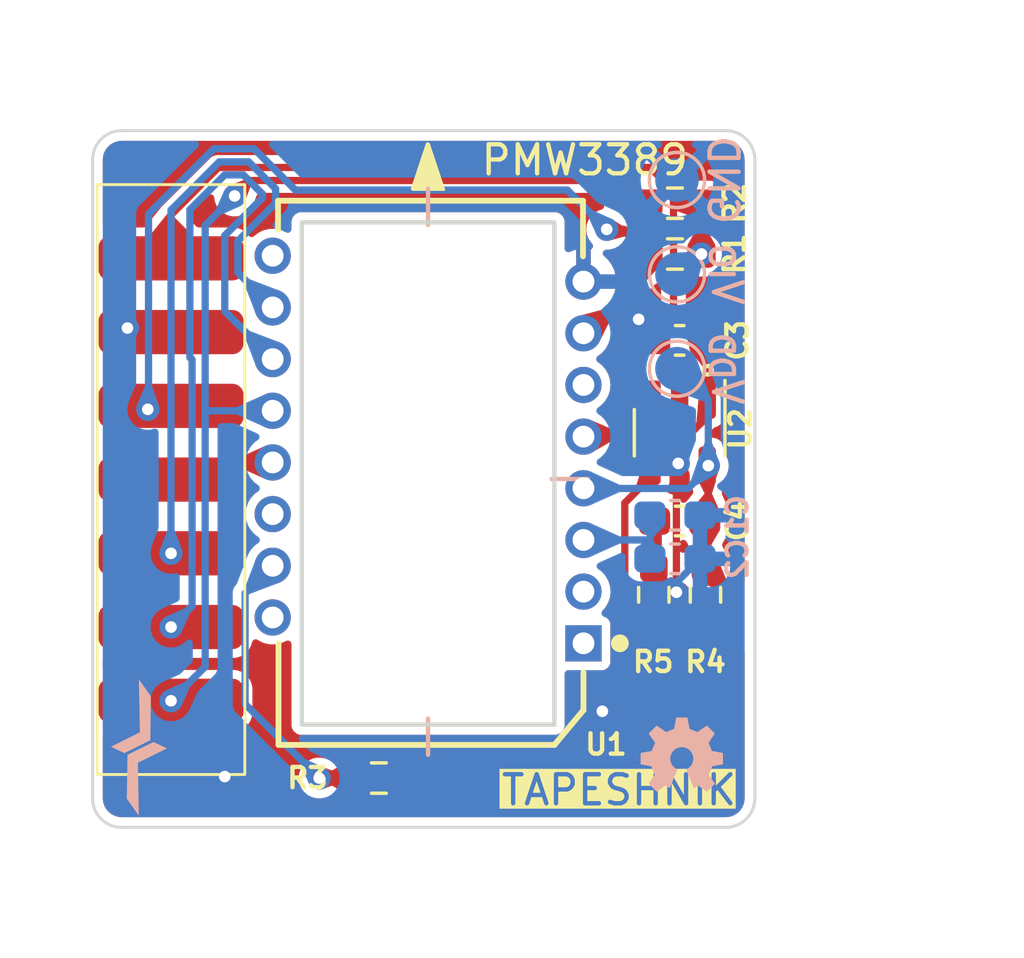
<source format=kicad_pcb>
(kicad_pcb (version 20221018) (generator pcbnew)
  (title_block (title "PMW3360 PCB") (date "2023-06-29") (rev "P.0") (company "SideraKB") (comment 1 "MIT License, Open Source Hardware") (comment 2 "PMW3360DM-T2QU optical mouse sensor breakout board") (comment 3 "2.54mm Pin Header"))
  (layers (0 "F.Cu" signal) (31 "B.Cu" signal) (34 "B.Paste" user) (35 "F.Paste" user) (36 "B.SilkS" user "B.Silkscreen") (37 "F.SilkS" user "F.Silkscreen") (38 "B.Mask" user) (39 "F.Mask" user) (44 "Edge.Cuts" user))
  (net 0 "")
  (net 1 "GND")
  (net 2 "/MISO")
  (net 3 "/CS")
  (net 4 "/MOSI")
  (net 5 "/SCLK")
  (net 6 "/MOTION")
  (net 7 "/RESET")
  (net 8 "VDD")
  (net 9 "V_{IN}")
  (net 10 "Net-(U2-FB)")
  (net 16 "Net-(U1-VDDPIX)")
  (net 17 "Net-(U1-LED_P)")
  (footprint "Resistor_SMD:R_0603_1608Metric_Pad0.98x0.95mm_HandSolder" (layer "F.Cu") (at 154.139 83.5338 180)
    (fp_text reference "R2" (at -2.05355 0 90) (layer "F.SilkS") (effects (font (size 0.7 0.7))))
    (fp_text value "10k")
    (fp_line (start -0.254724 -0.5225) (end 0.254724 -0.5225) (stroke (width 0.12)) (layer "F.SilkS"))
    (fp_line (start -0.254724 0.5225) (end 0.254724 0.5225) (stroke (width 0.12)) (layer "F.SilkS"))
    (pad "1" smd roundrect (at -0.9125 0 180) (size 0.975 0.95) (layers "F.Cu" "F.Paste" "F.Mask") (net 9 "V_{IN}"))
    (pad "2" smd roundrect (at 0.9125 0 180) (size 0.975 0.95) (layers "F.Cu" "F.Paste" "F.Mask") (net 2 "/MISO"))
  )
  (footprint "Resistor_SMD:R_0603_1608Metric_Pad0.98x0.95mm_HandSolder" (layer "F.Cu") (at 155.189 97.0213 -90)
    (fp_text reference "R4" (at 2.3125 0 -180) (layer "F.SilkS") (effects (font (size 0.7 0.7))))
    (fp_text value "28k")
    (fp_line (start -0.254724 -0.5225) (end 0.254724 -0.5225) (stroke (width 0.12)) (layer "F.SilkS"))
    (fp_line (start -0.254724 0.5225) (end 0.254724 0.5225) (stroke (width 0.12)) (layer "F.SilkS"))
    (pad "1" smd roundrect (at -0.9125 0 270) (size 0.975 0.95) (layers "F.Cu" "F.Paste" "F.Mask") (net 8 "VDD"))
    (pad "2" smd roundrect (at 0.9125 0 270) (size 0.975 0.95) (layers "F.Cu" "F.Paste" "F.Mask") (net 10 "Net-(U2-FB)"))
  )
  (footprint "PMW3360_PCB:PMW3360DM-T2QU 16Pin" (layer "F.Cu") (at 145.639 92.5258 90)
    (fp_text reference "U1" (at -9.652 6.125) (layer "F.SilkS") (effects (font (size 0.7 0.7))))
    (fp_text value "PMW3360DM-T2QU")
    (fp_line (start -9.668 -5.15) (end -6.168 -5.15) (stroke (width 0.2)) (layer "F.SilkS"))
    (fp_line (start -9.668 4.35) (end -9.668 -5.15) (stroke (width 0.2)) (layer "F.SilkS"))
    (fp_line (start -8.468 5.35) (end -9.668 4.35) (stroke (width 0.2)) (layer "F.SilkS"))
    (fp_line (start -7.168 5.35) (end -8.468 5.35) (stroke (width 0.2)) (layer "F.SilkS"))
    (fp_line (start 9.0772 -5.166) (end 8.0772 -5.166) (stroke (width 0.2)) (layer "F.SilkS"))
    (fp_line (start 9.0772 -5.166) (end 9.0772 5.334) (stroke (width 0.2)) (layer "F.SilkS"))
    (fp_line (start 9.0772 5.334) (end 7.1628 5.334) (stroke (width 0.2)) (layer "F.SilkS"))
    (fp_circle (center -6.168 6.604) (end -6.168 6.604) (stroke (width 0.61)) (fill solid) (layer "F.SilkS"))
    (fp_rect (start -8.968 4.35) (end 8.332 -4.35) (stroke (width 0.15)) (fill none) (layer "Edge.Cuts"))
    (pad "1" thru_hole rect locked (at -6.168 5.35 90) (size 1.25 1.25) (drill 0.75) (layers "*.Cu" "*.Mask"))
    (pad "2" thru_hole oval locked (at -4.388 5.35 90) (size 1.25 1.25) (drill 0.75) (layers "*.Cu" "*.Mask"))
    (pad "3" thru_hole oval locked (at -2.608 5.35 90) (size 1.25 1.25) (drill 0.75) (layers "*.Cu" "*.Mask") (net 16 "Net-(U1-VDDPIX)"))
    (pad "4" thru_hole oval locked (at -0.828 5.35 90) (size 1.25 1.25) (drill 0.75) (layers "*.Cu" "*.Mask") (net 8 "VDD"))
    (pad "5" thru_hole oval locked (at 0.952 5.35 90) (size 1.25 1.25) (drill 0.75) (layers "*.Cu" "*.Mask") (net 9 "V_{IN}"))
    (pad "6" thru_hole oval locked (at 2.732 5.35 90) (size 1.25 1.25) (drill 0.75) (layers "*.Cu" "*.Mask"))
    (pad "7" thru_hole oval locked (at 4.512 5.35 90) (size 1.25 1.25) (drill 0.75) (layers "*.Cu" "*.Mask") (net 7 "/RESET"))
    (pad "8" thru_hole oval locked (at 6.292 5.35 90) (size 1.25 1.25) (drill 0.75) (layers "*.Cu" "*.Mask") (net 1 "GND"))
    (pad "9" thru_hole oval locked (at 7.182 -5.35 90) (size 1.25 1.25) (drill 0.75) (layers "*.Cu" "*.Mask") (net 6 "/MOTION"))
    (pad "10" thru_hole oval locked (at 5.402 -5.35 90) (size 1.25 1.25) (drill 0.75) (layers "*.Cu" "*.Mask") (net 5 "/SCLK"))
    (pad "11" thru_hole oval locked (at 3.622 -5.35 90) (size 1.25 1.25) (drill 0.75) (layers "*.Cu" "*.Mask") (net 4 "/MOSI"))
    (pad "12" thru_hole oval locked (at 1.842 -5.35 90) (size 1.25 1.25) (drill 0.75) (layers "*.Cu" "*.Mask") (net 2 "/MISO"))
    (pad "13" thru_hole oval locked (at 0.062 -5.35 90) (size 1.25 1.25) (drill 0.75) (layers "*.Cu" "*.Mask") (net 3 "/CS"))
    (pad "14" thru_hole oval locked (at -1.718 -5.35 90) (size 1.25 1.25) (drill 0.75) (layers "*.Cu" "*.Mask"))
    (pad "15" thru_hole oval locked (at -3.498 -5.35 90) (size 1.25 1.25) (drill 0.75) (layers "*.Cu" "*.Mask") (net 17 "Net-(U1-LED_P)"))
    (pad "16" thru_hole oval locked (at -5.278 -5.35 90) (size 1.25 1.25) (drill 0.75) (layers "*.Cu" "*.Mask"))
    (zone (net 0) (net_name "") (layers "*.Cu" "F.CrtYd") (connect_pads (clearance 0)) (min_thickness 0.254)
      (keepout (tracks not_allowed) (vias not_allowed) (pads not_allowed) (copperpour not_allowed) (footprints not_allowed))
      (fill (thermal_gap 0.508) (thermal_bridge_width 0.508))
      (polygon (pts (xy 150.0078 84.1946) (xy 149.957 101.5174) (xy 141.2702 101.5174) (xy 141.2702 84.1946)))
    )
  )
  (footprint "Resistor_SMD:R_0603_1608Metric_Pad0.98x0.95mm_HandSolder" (layer "F.Cu") (at 143.944 103.33535 180)
    (fp_text reference "R3" (at 2.455 0) (layer "F.SilkS") (effects (font (size 0.7 0.7))))
    (fp_text value "39R")
    (fp_line (start -0.254724 -0.5225) (end 0.254724 -0.5225) (stroke (width 0.12)) (layer "F.SilkS"))
    (fp_line (start -0.254724 0.5225) (end 0.254724 0.5225) (stroke (width 0.12)) (layer "F.SilkS"))
    (pad "1" smd roundrect (at -0.9125 0 180) (size 0.975 0.95) (layers "F.Cu" "F.Paste" "F.Mask") (net 8 "VDD"))
    (pad "2" smd roundrect (at 0.9125 0 180) (size 0.975 0.95) (layers "F.Cu" "F.Paste" "F.Mask") (net 17 "Net-(U1-LED_P)"))
  )
  (footprint "Capacitor_SMD:C_0603_1608Metric_Pad1.08x0.95mm_HandSolder" (layer "F.Cu") (at 154.3 94.4813 180)
    (fp_text reference "C4" (at -1.989 0 90) (layer "F.SilkS") (effects (font (size 0.7 0.7))))
    (fp_text value "4.7uF")
    (fp_line (start -0.146267 -0.51) (end 0.146267 -0.51) (stroke (width 0.12)) (layer "F.SilkS"))
    (fp_line (start -0.146267 0.51) (end 0.146267 0.51) (stroke (width 0.12)) (layer "F.SilkS"))
    (pad "1" smd roundrect (at -0.8625 0 180) (size 1.075 0.95) (layers "F.Cu" "F.Paste" "F.Mask") (net 8 "VDD"))
    (pad "2" smd roundrect (at 0.8625 0 180) (size 1.075 0.95) (layers "F.Cu" "F.Paste" "F.Mask") (net 1 "GND"))
  )
  (footprint "PCB_Edge_Connectors:EDGE-2.54-7x" (layer "F.Cu") (at 134.249 93.0538 -90)
    (fp_text reference "J2" hide)
    (fp_text value "Conn_01x07")
    (fp_rect (start -10.16 -5.08) (end 10.16 0) (stroke (width 0.1)) (fill none) (layer "F.SilkS"))
    (pad "1" smd roundrect (at -7.62 -2.54) (size 5 1.524) (layers "F.Cu" "F.Paste" "F.Mask") (net 9 "V_{IN}"))
    (pad "2" smd roundrect (at -5.08 -2.54) (size 5 1.524) (layers "F.Cu" "F.Paste" "F.Mask") (net 1 "GND"))
    (pad "3" smd roundrect (at -2.54 -2.54) (size 5 1.524) (layers "F.Cu" "F.Paste" "F.Mask") (net 7 "/RESET"))
    (pad "4" smd roundrect (at 0 -2.54) (size 5 1.524) (layers "F.Cu" "F.Paste" "F.Mask") (net 3 "/CS"))
    (pad "5" smd roundrect (at 2.54 -2.54) (size 5 1.524) (layers "F.Cu" "F.Paste" "F.Mask") (net 5 "/SCLK"))
    (pad "6" smd roundrect (at 5.08 -2.54) (size 5 1.524) (layers "F.Cu" "F.Paste" "F.Mask") (net 4 "/MOSI"))
    (pad "7" smd roundrect (at 7.62 -2.54) (size 5 1.524) (layers "F.Cu" "F.Paste" "F.Mask") (net 2 "/MISO"))
  )
  (footprint "Capacitor_SMD:C_0603_1608Metric_Pad1.08x0.95mm_HandSolder" (layer "F.Cu") (at 154.3 88.2583 180)
    (fp_text reference "C3" (at -1.989 0 90) (layer "F.SilkS") (effects (font (size 0.7 0.7))))
    (fp_text value "1uF")
    (fp_line (start -0.146267 -0.51) (end 0.146267 -0.51) (stroke (width 0.12)) (layer "F.SilkS"))
    (fp_line (start -0.146267 0.51) (end 0.146267 0.51) (stroke (width 0.12)) (layer "F.SilkS"))
    (pad "1" smd roundrect (at -0.8625 0 180) (size 1.075 0.95) (layers "F.Cu" "F.Paste" "F.Mask") (net 9 "V_{IN}") (clearance 0.135))
    (pad "2" smd roundrect (at 0.8625 0 180) (size 1.075 0.95) (layers "F.Cu" "F.Paste" "F.Mask") (net 1 "GND") (clearance 0.135))
  )
  (footprint "Package_TO_SOT_SMD:SOT-23-5" (layer "F.Cu") (at 154.3 91.4388 -90)
    (fp_text reference "U2" (at -0.1325 -2.089 90) (layer "F.SilkS") (effects (font (size 0.7 0.7))))
    (fp_text value "TPS73601DBV")
    (fp_line (start 0 -1.56) (end -1.8 -1.56) (stroke (width 0.12)) (layer "F.SilkS"))
    (fp_line (start 0 -1.56) (end 0.8 -1.56) (stroke (width 0.12)) (layer "F.SilkS"))
    (fp_line (start 0 1.56) (end -0.8 1.56) (stroke (width 0.12)) (layer "F.SilkS"))
    (fp_line (start 0 1.56) (end 0.8 1.56) (stroke (width 0.12)) (layer "F.SilkS"))
    (pad "1" smd roundrect (at -1.1375 -0.95 270) (size 1.325 0.6) (layers "F.Cu" "F.Paste" "F.Mask") (net 9 "V_{IN}"))
    (pad "2" smd roundrect (at -1.1375 0 270) (size 1.325 0.6) (layers "F.Cu" "F.Paste" "F.Mask") (net 1 "GND"))
    (pad "3" smd roundrect (at -1.1375 0.95 270) (size 1.325 0.6) (layers "F.Cu" "F.Paste" "F.Mask") (net 9 "V_{IN}"))
    (pad "4" smd roundrect (at 1.1375 0.95 270) (size 1.325 0.6) (layers "F.Cu" "F.Paste" "F.Mask") (net 10 "Net-(U2-FB)"))
    (pad "5" smd roundrect (at 1.1375 -0.95 270) (size 1.325 0.6) (layers "F.Cu" "F.Paste" "F.Mask") (net 8 "VDD"))
  )
  (footprint "Resistor_SMD:R_0603_1608Metric_Pad0.98x0.95mm_HandSolder" (layer "F.Cu") (at 153.411 97.0213 90)
    (fp_text reference "R5" (at -2.3114 -0.022) (layer "F.SilkS") (effects (font (size 0.7 0.7))))
    (fp_text value "56.2k")
    (fp_line (start -0.254724 -0.5225) (end 0.254724 -0.5225) (stroke (width 0.12)) (layer "F.SilkS"))
    (fp_line (start -0.254724 0.5225) (end 0.254724 0.5225) (stroke (width 0.12)) (layer "F.SilkS"))
    (pad "1" smd roundrect (at -0.9125 0 90) (size 0.975 0.95) (layers "F.Cu" "F.Paste" "F.Mask") (net 10 "Net-(U2-FB)"))
    (pad "2" smd roundrect (at 0.9125 0 90) (size 0.975 0.95) (layers "F.Cu" "F.Paste" "F.Mask") (net 1 "GND"))
  )
  (footprint "Resistor_SMD:R_0603_1608Metric_Pad0.98x0.95mm_HandSolder" (layer "F.Cu") (at 154.139 85.2838 180)
    (fp_text reference "R1" (at -2.05355 0 90) (layer "F.SilkS") (effects (font (size 0.7 0.7))))
    (fp_text value "10k")
    (fp_line (start -0.254724 -0.5225) (end 0.254724 -0.5225) (stroke (width 0.12)) (layer "F.SilkS"))
    (fp_line (start -0.254724 0.5225) (end 0.254724 0.5225) (stroke (width 0.12)) (layer "F.SilkS"))
    (pad "1" smd roundrect (at -0.9125 0 180) (size 0.975 0.95) (layers "F.Cu" "F.Paste" "F.Mask") (net 9 "V_{IN}"))
    (pad "2" smd roundrect (at 0.9125 0 180) (size 0.975 0.95) (layers "F.Cu" "F.Paste" "F.Mask") (net 7 "/RESET"))
  )
  (footprint "TestPoint:TestPoint_Pad_D1.5mm" (layer "B.Cu") (at 154.209 89.2338 90)
    (fp_text reference "TP2" hide)
    (fp_text value "VDD")
    (fp_text user "V_{DD}" (at 0 1.72665 270 unlocked) (layer "B.SilkS") (effects (justify mirror)))
    (fp_circle (center 0 0) (end 0 -0.95) (stroke (width 0.12)) (fill none) (layer "B.SilkS"))
    (pad "1" smd circle (at 0 0 90) (size 1.5 1.5) (layers "B.Cu" "B.Mask") (net 8 "VDD"))
  )
  (footprint "TestPoint:TestPoint_Pad_D1.5mm" (layer "B.Cu") (at 154.209 85.9838 90)
    (fp_text reference "TP1" hide)
    (fp_text value "VIO")
    (fp_text user "V_{IO}" (at 0 1.72665 270 unlocked) (layer "B.SilkS") (effects (justify mirror)))
    (fp_circle (center 0 0) (end 0 -0.95) (stroke (width 0.12)) (fill none) (layer "B.SilkS"))
    (pad "1" smd circle (at 0 0 90) (size 1.5 1.5) (layers "B.Cu" "B.Mask") (net 9 "V_{IN}"))
  )
  (footprint "TestPoint:TestPoint_Pad_D1.5mm" (layer "B.Cu") (at 154.209 82.7338 90)
    (fp_text reference "TP3" hide)
    (fp_text value "GND")
    (fp_text user "GND" (at 0 1.57425 270 unlocked) (layer "B.SilkS") (effects (justify mirror)))
    (fp_circle (center 0 0) (end 0 -0.95) (stroke (width 0.12)) (fill none) (layer "B.SilkS"))
    (pad "1" smd circle (at 0 0 90) (size 1.5 1.5) (layers "B.Cu" "B.Mask") (net 1 "GND"))
  )
  (footprint "Capacitor_SMD:C_0603_1608Metric_Pad1.08x0.95mm_HandSolder" (layer "B.Cu") (at 154.139 95.7838)
    (fp_text reference "C2" (at 2.15 0 90) (layer "B.SilkS") (effects (font (size 0.7 0.7)) (justify mirror)))
    (fp_text value "100nF")
    (fp_line (start -0.146267 -0.51) (end 0.146267 -0.51) (stroke (width 0.12)) (layer "B.SilkS"))
    (fp_line (start -0.146267 0.51) (end 0.146267 0.51) (stroke (width 0.12)) (layer "B.SilkS"))
    (pad "1" smd roundrect (at -0.8625 0) (size 1.075 0.95) (layers "B.Cu" "B.Paste" "B.Mask") (net 16 "Net-(U1-VDDPIX)"))
    (pad "2" smd roundrect (at 0.8625 0) (size 1.075 0.95) (layers "B.Cu" "B.Paste" "B.Mask") (net 1 "GND"))
  )
  (footprint "Capacitor_SMD:C_0603_1608Metric_Pad1.08x0.95mm_HandSolder" (layer "B.Cu") (at 154.139 94.2838)
    (fp_text reference "C1" (at 2.15 0 90) (layer "B.SilkS") (effects (font (size 0.7 0.7)) (justify mirror)))
    (fp_text value "4.7uF/10V")
    (fp_line (start -0.146267 -0.51) (end 0.146267 -0.51) (stroke (width 0.12)) (layer "B.SilkS"))
    (fp_line (start -0.146267 0.51) (end 0.146267 0.51) (stroke (width 0.12)) (layer "B.SilkS"))
    (pad "1" smd roundrect (at -0.8625 0) (size 1.075 0.95) (layers "B.Cu" "B.Paste" "B.Mask") (net 16 "Net-(U1-VDDPIX)"))
    (pad "2" smd roundrect (at 0.8625 0) (size 1.075 0.95) (layers "B.Cu" "B.Paste" "B.Mask") (net 1 "GND"))
  )
  (gr_line (start 145.639 84.2838) (end 145.639 83.0338) (stroke (width 0.15)) (layer "B.SilkS"))
  (gr_poly (pts (xy 154.194172 101.249416) (xy 154.193366 101.249476) (xy 154.192565 101.249575) (xy 154.191768 101.249711) (xy 154.190978 101.249884) (xy 154.190195 101.250093) (xy 154.189421 101.250336) (xy 154.188657 101.250613) (xy 154.187904 101.250923) (xy 154.187164 101.251265) (xy 154.186437 101.251638) (xy 154.185725 101.25204) (xy 154.185029 101.252472) (xy 154.18435 101.252931) (xy 154.183689 101.253417) (xy 154.183048 101.253928) (xy 154.182428 101.254465) (xy 154.181829 101.255025) (xy 154.181254 101.255609) (xy 154.180702 101.256214) (xy 154.180177 101.25684) (xy 154.179678 101.257487) (xy 154.179206 101.258152) (xy 154.178764 101.258835) (xy 154.178353 101.259535) (xy 154.177972 101.260251) (xy 154.177625 101.260982) (xy 154.177311 101.261727) (xy 154.177032 101.262484) (xy 154.176789 101.263254) (xy 154.176584 101.264035) (xy 154.176418 101.264826) (xy 154.109425 101.624723) (xy 154.109256 101.625521) (xy 154.10905 101.626321) (xy 154.108535 101.627924) (xy 154.107889 101.629522) (xy 154.10712 101.631105) (xy 154.106238 101.632661) (xy 154.105252 101.634182) (xy 154.104171 101.635655) (xy 154.103004 101.637071) (xy 154.101759 101.63842) (xy 154.100446 101.63969) (xy 154.099074 101.640872) (xy 154.097653 101.641955) (xy 154.09619 101.642928) (xy 154.094695 101.643781) (xy 154.093938 101.644159) (xy 154.093177 101.644504) (xy 154.092412 101.644813) (xy 154.091645 101.645086) (xy 153.85043 101.743828) (xy 153.848931 101.744488) (xy 153.847342 101.745039) (xy 153.845676 101.745482) (xy 153.843947 101.745819) (xy 153.84217 101.74605) (xy 153.840357 101.746176) (xy 153.838524 101.746198) (xy 153.836685 101.746117) (xy 153.834852 101.745934) (xy 153.833041 101.74565) (xy 153.831264 101.745266) (xy 153.829537 101.744784) (xy 153.827873 101.744203) (xy 153.826286 101.743525) (xy 153.824791 101.74275) (xy 153.8234 101.741881) (xy 153.522728 101.535548) (xy 153.52205 101.535107) (xy 153.521353 101.5347) (xy 153.520637 101.534327) (xy 153.519904 101.533989) (xy 153.519156 101.533684) (xy 153.518394 101.533413) (xy 153.517619 101.533176) (xy 153.516834 101.532972) (xy 153.516039 101.532802) (xy 153.515236 101.532665) (xy 153.513614 101.53249) (xy 153.511978 101.532446) (xy 153.510342 101.532532) (xy 153.508718 101.532747) (xy 153.507118 101.53309) (xy 153.505553 101.53356) (xy 153.504789 101.533842) (xy 153.504038 101.534155) (xy 153.503302 101.5345) (xy 153.502582 101.534875) (xy 153.501881 101.535281) (xy 153.5012 101.535718) (xy 153.50054 101.536186) (xy 153.499903 101.536684) (xy 153.49929 101.537212) (xy 153.498703 101.537771) (xy 153.245486 101.790987) (xy 153.244928 101.791574) (xy 153.2444 101.792187) (xy 153.243903 101.792825) (xy 153.243436 101.793485) (xy 153.243 101.794167) (xy 153.242594 101.794869) (xy 153.241877 101.796325) (xy 153.241284 101.797843) (xy 153.240817 101.799409) (xy 153.240476 101.801011) (xy 153.240263 101.802637) (xy 153.240179 101.804275) (xy 153.240224 101.805912) (xy 153.240399 101.807537) (xy 153.240706 101.809136) (xy 153.241145 101.810697) (xy 153.241414 101.81146) (xy 153.241717 101.812209) (xy 153.242053 101.812942) (xy 153.242423 101.813658) (xy 153.242827 101.814355) (xy 153.243264 101.815033) (xy 153.445998 102.110519) (xy 153.44687 102.111916) (xy 153.447644 102.113414) (xy 153.448319 102.115) (xy 153.448894 102.116661) (xy 153.449369 102.118382) (xy 153.449741 102.12015) (xy 153.450012 102.121951) (xy 153.450179 102.123772) (xy 153.450242 102.1256) (xy 153.4502 102.12742) (xy 153.450052 102.129219) (xy 153.449797 102.130983) (xy 153.449434 102.132699) (xy 153.448963 102.134354) (xy 153.448383 102.135933) (xy 153.447692 102.137422) (xy 153.341033 102.386258) (xy 153.340424 102.387786) (xy 153.339675 102.3893) (xy 153.338797 102.39079) (xy 153.3378 102.392249) (xy 153.336695 102.393667) (xy 153.335493 102.395035) (xy 153.334204 102.396344) (xy 153.332838 102.397584) (xy 153.331407 102.398748) (xy 153.329921 102.399825) (xy 153.32839 102.400807) (xy 153.326825 102.401685) (xy 153.325237 102.40245) (xy 153.323636 102.403092) (xy 153.322033 102.403603) (xy 153.320437 102.403974) (xy 152.972479 102.468681) (xy 152.97169 102.468851) (xy 152.970911 102.46906) (xy 152.970142 102.469305) (xy 152.969386 102.469587) (xy 152.968642 102.469903) (xy 152.967913 102.470253) (xy 152.967198 102.470635) (xy 152.9665 102.471049) (xy 152.965154 102.471965) (xy 152.963884 102.472992) (xy 152.962697 102.47412) (xy 152.961602 102.47534) (xy 152.960606 102.476643) (xy 152.959718 102.478019) (xy 152.958945 102.479459) (xy 152.958604 102.4802) (xy 152.958296 102.480953) (xy 152.95802 102.481717) (xy 152.957777 102.482492) (xy 152.95757 102.483276) (xy 152.957399 102.484067) (xy 152.957264 102.484865) (xy 152.957167 102.485668) (xy 152.957109 102.486475) (xy 152.957091 102.487286) (xy 152.957133 102.845405) (xy 152.957153 102.846214) (xy 152.957213 102.84702) (xy 152.957312 102.847822) (xy 152.957449 102.848619) (xy 152.957622 102.849411) (xy 152.957832 102.850194) (xy 152.958076 102.850969) (xy 152.958353 102.851735) (xy 152.958664 102.852489) (xy 152.959007 102.853231) (xy 152.95938 102.853959) (xy 152.959783 102.854673) (xy 152.960215 102.85537) (xy 152.960674 102.856051) (xy 152.961161 102.856713) (xy 152.961673 102.857356) (xy 152.96221 102.857978) (xy 152.962771 102.858578) (xy 152.963355 102.859155) (xy 152.96396 102.859707) (xy 152.964587 102.860234) (xy 152.965233 102.860734) (xy 152.965898 102.861205) (xy 152.966581 102.861648) (xy 152.96728 102.86206) (xy 152.967995 102.86244) (xy 152.968726 102.862788) (xy 152.96947 102.863101) (xy 152.970226 102.863379) (xy 152.970995 102.863621) (xy 152.971774 102.863824) (xy 152.972563 102.863989) (xy 153.311971 102.92715) (xy 153.31277 102.927314) (xy 153.313571 102.927515) (xy 153.314372 102.927752) (xy 153.315172 102.928023) (xy 153.316765 102.928665) (xy 153.31834 102.929433) (xy 153.319886 102.930315) (xy 153.321393 102.931304) (xy 153.322851 102.93239) (xy 153.324251 102.933564) (xy 153.32558 102.934816) (xy 153.326831 102.936137) (xy 153.327992 102.937518) (xy 153.329054 102.93895) (xy 153.330005 102.940422) (xy 153.330837 102.941927) (xy 153.331539 102.943454) (xy 153.331838 102.944223) (xy 153.332101 102.944994) (xy 153.438061 103.209683) (xy 153.438716 103.211189) (xy 153.439263 103.212783) (xy 153.439701 103.214453) (xy 153.440033 103.216183) (xy 153.440259 103.217962) (xy 153.44038 103.219774) (xy 153.440398 103.221606) (xy 153.440313 103.223444) (xy 153.440126 103.225274) (xy 153.439839 103.227083) (xy 153.439453 103.228857) (xy 153.438969 103.230582) (xy 153.438387 103.232243) (xy 153.43771 103.233828) (xy 153.436938 103.235323) (xy 153.436071 103.236713) (xy 153.243264 103.517658) (xy 153.242823 103.518336) (xy 153.242416 103.519033) (xy 153.242044 103.51975) (xy 153.241705 103.520483) (xy 153.2414 103.521233) (xy 153.24113 103.521996) (xy 153.240892 103.522772) (xy 153.240689 103.523559) (xy 153.240518 103.524355) (xy 153.240381 103.525159) (xy 153.240206 103.526785) (xy 153.240162 103.528425) (xy 153.240248 103.530064) (xy 153.240463 103.531693) (xy 153.240806 103.533297) (xy 153.241276 103.534865) (xy 153.241558 103.535631) (xy 153.241871 103.536384) (xy 153.242216 103.537121) (xy 153.242591 103.537842) (xy 153.242997 103.538544) (xy 153.243434 103.539226) (xy 153.243902 103.539887) (xy 153.2444 103.540524) (xy 153.244928 103.541138) (xy 153.245487 103.541725) (xy 153.498746 103.794941) (xy 153.499329 103.795496) (xy 153.499939 103.796021) (xy 153.500573 103.796515) (xy 153.501231 103.79698) (xy 153.50191 103.797414) (xy 153.502609 103.797818) (xy 153.504062 103.798533) (xy 153.505577 103.799125) (xy 153.507142 103.799592) (xy 153.508743 103.799934) (xy 153.510369 103.800148) (xy 153.512007 103.800235) (xy 153.513645 103.800193) (xy 153.51527 103.80002) (xy 153.51687 103.799716) (xy 153.518433 103.799279) (xy 153.519196 103.799011) (xy 153.519945 103.798709) (xy 153.520679 103.798374) (xy 153.521395 103.798005) (xy 153.522093 103.797601) (xy 153.52277 103.797164) (xy 153.798762 103.607743) (xy 153.80015 103.60688) (xy 153.801635 103.606123) (xy 153.803206 103.605472) (xy 153.804849 103.604928) (xy 153.80655 103.604492) (xy 153.808295 103.604163) (xy 153.810071 103.603941) (xy 153.811864 103.603828) (xy 153.813662 103.603822) (xy 153.81545 103.603925) (xy 153.817215 103.604137) (xy 153.818943 103.604457) (xy 153.820622 103.604887) (xy 153.822236 103.605426) (xy 153.823774 103.606075) (xy 153.825221 103.606833) (xy 153.946929 103.671815) (xy 153.947657 103.672161) (xy 153.94839 103.672465) (xy 153.949129 103.672728) (xy 153.949871 103.67295) (xy 153.950615 103.673132) (xy 153.951361 103.673273) (xy 153.952106 103.673375) (xy 153.952849 103.673438) (xy 153.95359 103.673463) (xy 153.954326 103.673449) (xy 153.955058 103.673398) (xy 153.955782 103.673309) (xy 153.956499 103.673184) (xy 153.957207 103.673023) (xy 153.957904 103.672825) (xy 153.958589 103.672593) (xy 153.959261 103.672326) (xy 153.95992 103.672024) (xy 153.960562 103.671688) (xy 153.961188 103.671319) (xy 153.961796 103.670917) (xy 153.962385 103.670482) (xy 153.962953 103.670015) (xy 153.963499 103.669517) (xy 153.964023 103.668988) (xy 153.964521 103.668428) (xy 153.964994 103.667837) (xy 153.965441 103.667217) (xy 153.965859 103.666568) (xy 153.966247 103.66589) (xy 153.966605 103.665183) (xy 153.966931 103.664449) (xy 154.217862 103.058066) (xy 154.218152 103.057312) (xy 154.218404 103.056546) (xy 154.218618 103.05577) (xy 154.218794 103.054986) (xy 154.218933 103.054195) (xy 154.219036 103.053397) (xy 154.219103 103.052596) (xy 154.219134 103.051792) (xy 154.21913 103.050986) (xy 154.219092 103.050181) (xy 154.21902 103.049377) (xy 154.218914 103.048576) (xy 154.218775 103.047779) (xy 154.218603 103.046988) (xy 154.218399 103.046205) (xy 154.218164 103.04543) (xy 154.217897 103.044665) (xy 154.2176 103.043912) (xy 154.217273 103.043172) (xy 154.216916 103.042447) (xy 154.21653 103.041737) (xy 154.216115 103.041045) (xy 154.215672 103.040372) (xy 154.215201 103.039719) (xy 154.214703 103.039087) (xy 154.214179 103.038479) (xy 154.213628 103.037896) (xy 154.213051 103.037338) (xy 154.212449 103.036808) (xy 154.211822 103.036307) (xy 154.211171 103.035836) (xy 154.210496 103.035397) (xy 154.180037 103.016749) (xy 154.177845 103.015353) (xy 154.175504 103.013759) (xy 154.17306 103.012003) (xy 154.170555 103.010119) (xy 154.168034 103.008141) (xy 154.165542 103.006105) (xy 154.163122 103.004045) (xy 154.160818 103.001996) (xy 154.140655 102.988195) (xy 154.121412 102.97321) (xy 154.103142 102.957094) (xy 154.085897 102.939898) (xy 154.069729 102.921676) (xy 154.054692 102.902479) (xy 154.040838 102.88236) (xy 154.028219 102.86137) (xy 154.016888 102.839562) (xy 154.006898 102.816989) (xy 153.9983 102.793701) (xy 153.991148 102.769753) (xy 153.985494 102.745195) (xy 153.98139 102.72008) (xy 153.978889 102.69446) (xy 153.978044 102.668388) (xy 153.978559 102.648007) (xy 153.980089 102.627894) (xy 153.982607 102.608073) (xy 153.98609 102.588569) (xy 153.990512 102.569408) (xy 153.995849 102.550614) (xy 154.002075 102.532211) (xy 154.009166 102.514226) (xy 154.017097 102.496682) (xy 154.025843 102.479606) (xy 154.035379 102.46302) (xy 154.045681 102.446951) (xy 154.056722 102.431424) (xy 154.068479 102.416462) (xy 154.080927 102.402092) (xy 154.09404 102.388337) (xy 154.107794 102.375224) (xy 154.122164 102.362776) (xy 154.137124 102.351018) (xy 154.152651 102.339977) (xy 154.168719 102.329675) (xy 154.185304 102.320139) (xy 154.20238 102.311393) (xy 154.219922 102.303462) (xy 154.237906 102.29637) (xy 154.256307 102.290144) (xy 154.2751 102.284807) (xy 154.29426 102.280385) (xy 154.313762 102.276902) (xy 154.333581 102.274383) (xy 154.353693 102.272854) (xy 154.374072 102.272339) (xy 154.394451 102.272854) (xy 154.414563 102.274383) (xy 154.434383 102.276902) (xy 154.453885 102.280385) (xy 154.473045 102.284807) (xy 154.491839 102.290144) (xy 154.51024 102.29637) (xy 154.528225 102.303462) (xy 154.545769 102.311393) (xy 154.562845 102.320139) (xy 154.579431 102.329675) (xy 154.5955 102.339977) (xy 154.611028 102.351018) (xy 154.625989 102.362776) (xy 154.64036 102.375224) (xy 154.654115 102.388337) (xy 154.667229 102.402092) (xy 154.679678 102.416462) (xy 154.691436 102.431424) (xy 154.702478 102.446951) (xy 154.71278 102.46302) (xy 154.722317 102.479606) (xy 154.731064 102.496682) (xy 154.738996 102.514226) (xy 154.746088 102.532211) (xy 154.752315 102.550614) (xy 154.757652 102.569408) (xy 154.762075 102.588569) (xy 154.765558 102.608073) (xy 154.768077 102.627894) (xy 154.769606 102.648007) (xy 154.770122 102.668388) (xy 154.769909 102.681478) (xy 154.769276 102.69446) (xy 154.768229 102.70733) (xy 154.766775 102.72008) (xy 154.764919 102.732704) (xy 154.76267 102.745195) (xy 154.760033 102.757547) (xy 154.757015 102.769753) (xy 154.753622 102.781806) (xy 154.749861 102.793701) (xy 154.745739 102.805431) (xy 154.741262 102.816989) (xy 154.736437 102.828368) (xy 154.73127 102.839562) (xy 154.719938 102.86137) (xy 154.707318 102.88236) (xy 154.693464 102.902479) (xy 154.678427 102.921676) (xy 154.66226 102.939898) (xy 154.645016 102.957094) (xy 154.626748 102.97321) (xy 154.607507 102.988195) (xy 154.587347 103.001996) (xy 154.585031 103.004045) (xy 154.582602 103.006105) (xy 154.580105 103.008141) (xy 154.577582 103.010119) (xy 154.575075 103.012003) (xy 154.572628 103.013759) (xy 154.570284 103.015353) (xy 154.568086 103.016749) (xy 154.537627 103.035397) (xy 154.536948 103.035836) (xy 154.536294 103.036307) (xy 154.535664 103.036808) (xy 154.535059 103.037338) (xy 154.53448 103.037896) (xy 154.533927 103.038479) (xy 154.532901 103.039719) (xy 154.531985 103.041045) (xy 154.531183 103.042447) (xy 154.530498 103.043912) (xy 154.529935 103.04543) (xy 154.529498 103.046988) (xy 154.529189 103.048576) (xy 154.529013 103.050181) (xy 154.528974 103.051792) (xy 154.529075 103.053397) (xy 154.52918 103.054195) (xy 154.529321 103.054986) (xy 154.529499 103.05577) (xy 154.529715 103.056546) (xy 154.529969 103.057312) (xy 154.530261 103.058066) (xy 154.781213 103.664428) (xy 154.781539 103.665162) (xy 154.781897 103.665869) (xy 154.782286 103.666547) (xy 154.782704 103.667197) (xy 154.783151 103.667818) (xy 154.783625 103.668408) (xy 154.784124 103.668969) (xy 154.784648 103.669499) (xy 154.785195 103.669998) (xy 154.785763 103.670465) (xy 154.786353 103.670901) (xy 154.786961 103.671304) (xy 154.787588 103.671673) (xy 154.788231 103.67201) (xy 154.78889 103.672312) (xy 154.789563 103.67258) (xy 154.790249 103.672813) (xy 154.790946 103.67301) (xy 154.791654 103.673172) (xy 154.792371 103.673298) (xy 154.793096 103.673386) (xy 154.793827 103.673437) (xy 154.794563 103.673451) (xy 154.795304 103.673426) (xy 154.796047 103.673363) (xy 154.796791 103.67326) (xy 154.797536 103.673118) (xy 154.798279 103.672935) (xy 154.79902 103.672712) (xy 154.799757 103.672448) (xy 154.800489 103.672142) (xy 154.801215 103.671794) (xy 154.922924 103.606812) (xy 154.924367 103.606054) (xy 154.925902 103.605406) (xy 154.927515 103.604868) (xy 154.929192 103.604439) (xy 154.93092 103.60412) (xy 154.932685 103.60391) (xy 154.934473 103.603808) (xy 154.936272 103.603815) (xy 154.938066 103.603929) (xy 154.939844 103.604151) (xy 154.94159 103.60448) (xy 154.943292 103.604916) (xy 154.944936 103.605459) (xy 154.946508 103.606108) (xy 154.947994 103.606862) (xy 154.949382 103.607723) (xy 155.225353 103.797143) (xy 155.226032 103.79758) (xy 155.226731 103.797984) (xy 155.227449 103.798353) (xy 155.228184 103.798688) (xy 155.228934 103.79899) (xy 155.229698 103.799258) (xy 155.230475 103.799493) (xy 155.231262 103.799695) (xy 155.232059 103.799863) (xy 155.232863 103.799999) (xy 155.234488 103.800172) (xy 155.236126 103.800214) (xy 155.237765 103.800127) (xy 155.239391 103.799913) (xy 155.240992 103.799571) (xy 155.242557 103.799104) (xy 155.243322 103.798824) (xy 155.244072 103.798512) (xy 155.244808 103.79817) (xy 155.245527 103.797797) (xy 155.246227 103.797393) (xy 155.246907 103.796959) (xy 155.247566 103.796494) (xy 155.248202 103.796) (xy 155.248813 103.795475) (xy 155.249398 103.79492) (xy 155.502657 103.541704) (xy 155.503214 103.541117) (xy 155.50374 103.540503) (xy 155.504237 103.539866) (xy 155.504703 103.539205) (xy 155.505138 103.538523) (xy 155.505543 103.537821) (xy 155.506261 103.536363) (xy 155.506855 103.534844) (xy 155.507323 103.533276) (xy 155.507665 103.531672) (xy 155.50788 103.530043) (xy 155.507967 103.528404) (xy 155.507923 103.526764) (xy 155.507749 103.525138) (xy 155.507444 103.523538) (xy 155.507005 103.521975) (xy 155.506735 103.521211) (xy 155.506432 103.520462) (xy 155.506095 103.519729) (xy 155.505724 103.519012) (xy 155.505319 103.518315) (xy 155.50488 103.517637) (xy 155.312094 103.236692) (xy 155.31122 103.235302) (xy 155.310442 103.233807) (xy 155.30976 103.232222) (xy 155.309175 103.23056) (xy 155.308688 103.228836) (xy 155.308301 103.227062) (xy 155.308013 103.225253) (xy 155.307826 103.223423) (xy 155.307741 103.221585) (xy 155.307759 103.219753) (xy 155.307881 103.217941) (xy 155.308108 103.216163) (xy 155.308441 103.214432) (xy 155.30888 103.212762) (xy 155.309427 103.211168) (xy 155.310083 103.209662) (xy 155.416043 102.944973) (xy 155.416304 102.944202) (xy 155.416602 102.943433) (xy 155.417303 102.941906) (xy 155.418135 102.940401) (xy 155.419088 102.938929) (xy 155.420152 102.937497) (xy 155.421316 102.936116) (xy 155.42257 102.934795) (xy 155.423904 102.933543) (xy 155.425307 102.932369) (xy 155.426769 102.931283) (xy 155.428279 102.930294) (xy 155.429828 102.929411) (xy 155.431404 102.928644) (xy 155.432997 102.928002) (xy 155.434597 102.927494) (xy 155.435397 102.927293) (xy 155.436194 102.927129) (xy 155.775602 102.863968) (xy 155.776393 102.863803) (xy 155.777174 102.8636) (xy 155.777944 102.863358) (xy 155.778702 102.86308) (xy 155.779446 102.862767) (xy 155.780177 102.862419) (xy 155.780893 102.862039) (xy 155.781593 102.861627) (xy 155.782276 102.861184) (xy 155.782942 102.860712) (xy 155.784214 102.859686) (xy 155.785403 102.858557) (xy 155.7865 102.857335) (xy 155.787497 102.85603) (xy 155.788388 102.854652) (xy 155.789163 102.85321) (xy 155.789815 102.851714) (xy 155.790092 102.850948) (xy 155.790335 102.850173) (xy 155.790544 102.84939) (xy 155.790717 102.848598) (xy 155.790853 102.847801) (xy 155.790952 102.846999) (xy 155.791012 102.846192) (xy 155.791032 102.845384) (xy 155.791053 102.487265) (xy 155.791033 102.486456) (xy 155.790973 102.485651) (xy 155.790875 102.484849) (xy 155.790739 102.484053) (xy 155.790567 102.483263) (xy 155.790358 102.482481) (xy 155.790115 102.481707) (xy 155.789839 102.480944) (xy 155.789529 102.480192) (xy 155.789188 102.479452) (xy 155.788816 102.478725) (xy 155.788414 102.478014) (xy 155.787984 102.477318) (xy 155.787525 102.476639) (xy 155.78704 102.475979) (xy 155.786529 102.475338) (xy 155.785993 102.474717) (xy 155.785433 102.474118) (xy 155.784849 102.473542) (xy 155.784244 102.472991) (xy 155.783618 102.472464) (xy 155.782972 102.471964) (xy 155.782307 102.471492) (xy 155.781623 102.471049) (xy 155.780923 102.470635) (xy 155.780206 102.470253) (xy 155.779475 102.469903) (xy 155.778729 102.469587) (xy 155.77797 102.469305) (xy 155.777198 102.46906) (xy 155.776416 102.468851) (xy 155.775623 102.468681) (xy 155.427685 102.403974) (xy 155.426885 102.403807) (xy 155.426083 102.403603) (xy 155.424473 102.403092) (xy 155.422868 102.40245) (xy 155.421276 102.401685) (xy 155.419709 102.400807) (xy 155.418177 102.399825) (xy 155.416691 102.398748) (xy 155.41526 102.397584) (xy 155.413896 102.396344) (xy 155.412609 102.395035) (xy 155.41141 102.393667) (xy 155.410308 102.392249) (xy 155.409315 102.39079) (xy 155.40844 102.3893) (xy 155.407695 102.387786) (xy 155.407374 102.387023) (xy 155.40709 102.386258) (xy 155.30041 102.137422) (xy 155.299723 102.135933) (xy 155.299146 102.134354) (xy 155.298677 102.132699) (xy 155.298317 102.130983) (xy 155.298063 102.129219) (xy 155.297916 102.12742) (xy 155.297874 102.1256) (xy 155.297936 102.123772) (xy 155.298102 102.121951) (xy 155.29837 102.12015) (xy 155.29874 102.118382) (xy 155.29921 102.116661) (xy 155.299781 102.115) (xy 155.30045 102.113414) (xy 155.301217 102.111916) (xy 155.302082 102.110519) (xy 155.504838 101.815033) (xy 155.505279 101.814355) (xy 155.505685 101.813658) (xy 155.506058 101.812942) (xy 155.506396 101.812209) (xy 155.5067 101.81146) (xy 155.506971 101.810697) (xy 155.507207 101.809922) (xy 155.50741 101.809136) (xy 155.50758 101.80834) (xy 155.507717 101.807537) (xy 155.50789 101.805912) (xy 155.507933 101.804275) (xy 155.507846 101.802637) (xy 155.50763 101.801011) (xy 155.507286 101.799409) (xy 155.506817 101.797843) (xy 155.506535 101.797077) (xy 155.506222 101.796325) (xy 155.505878 101.795588) (xy 155.505503 101.794869) (xy 155.505097 101.794167) (xy 155.504661 101.793485) (xy 155.504195 101.792825) (xy 155.503698 101.792187) (xy 155.503172 101.791574) (xy 155.502615 101.790987) (xy 155.249377 101.537771) (xy 155.248792 101.537212) (xy 155.248181 101.536684) (xy 155.247545 101.536186) (xy 155.246886 101.535718) (xy 155.246206 101.535281) (xy 155.245505 101.534875) (xy 155.244051 101.534155) (xy 155.242535 101.53356) (xy 155.240971 101.53309) (xy 155.239369 101.532747) (xy 155.237743 101.532532) (xy 155.236105 101.532446) (xy 155.234467 101.53249) (xy 155.232841 101.532665) (xy 155.231241 101.532972) (xy 155.229677 101.533413) (xy 155.228913 101.533684) (xy 155.228163 101.533989) (xy 155.227428 101.534328) (xy 155.22671 101.5347) (xy 155.226011 101.535107) (xy 155.225332 101.535548) (xy 154.92468 101.741881) (xy 154.923293 101.74275) (xy 154.921801 101.743525) (xy 154.920217 101.744203) (xy 154.918555 101.744784) (xy 154.916829 101.745267) (xy 154.915054 101.74565) (xy 154.913244 101.745934) (xy 154.911411 101.746117) (xy 154.909571 101.746198) (xy 154.907738 101.746176) (xy 154.905924 101.74605) (xy 154.904145 101.745819) (xy 154.902414 101.745482) (xy 154.900745 101.745039) (xy 154.899153 101.744488) (xy 154.89765 101.743828) (xy 154.656414 101.645086) (xy 154.654879 101.644504) (xy 154.653358 101.643781) (xy 154.651861 101.642928) (xy 154.650397 101.641955) (xy 154.648975 101.640872) (xy 154.647603 101.63969) (xy 154.646291 101.63842) (xy 154.645048 101.637071) (xy 154.643881 101.635655) (xy 154.642801 101.634182) (xy 154.641816 101.632661) (xy 154.640936 101.631105) (xy 154.640168 101.629522) (xy 154.639523 101.627924) (xy 154.639009 101.626321) (xy 154.638634 101.624723) (xy 154.571663 101.264826) (xy 154.571496 101.264035) (xy 154.571291 101.263254) (xy 154.571048 101.262484) (xy 154.57077 101.261727) (xy 154.570456 101.260982) (xy 154.570108 101.260251) (xy 154.569728 101.259535) (xy 154.569316 101.258835) (xy 154.568874 101.258152) (xy 154.568403 101.257487) (xy 154.567379 101.256214) (xy 154.566253 101.255025) (xy 154.565035 101.253928) (xy 154.563734 101.252931) (xy 154.56236 101.25204) (xy 154.560923 101.251265) (xy 154.560184 101.250923) (xy 154.559432 101.250613) (xy 154.558669 101.250336) (xy 154.557897 101.250093) (xy 154.557115 101.249884) (xy 154.556327 101.249711) (xy 154.555532 101.249575) (xy 154.554731 101.249476) (xy 154.553927 101.249416) (xy 154.553121 101.249396) (xy 154.194981 101.249396)) (fill solid) (layer "B.SilkS"))
  (gr_poly (pts (xy 135.717392 101.757418) (xy 134.718758 102.256305) (xy 135.183056 102.476337) (xy 136.076867 102.03287) (xy 136.096129 100.519678) (xy 135.680853 99.935073)) (fill solid) (layer "B.SilkS"))
  (gr_line (start 149.889 93.0338) (end 151.139 93.0338) (stroke (width 0.15)) (layer "B.SilkS"))
  (gr_poly (pts (xy 135.289 102.5338) (xy 135.266305 104.046944) (xy 135.680255 104.632489) (xy 135.647849 102.810066) (xy 136.647612 102.313445) (xy 136.183814 102.092362)) (fill solid) (layer "B.SilkS"))
  (gr_line (start 145.639 101.2838) (end 145.639 102.5338) (stroke (width 0.15)) (layer "B.SilkS"))
  (gr_poly (pts (xy 146.139 83.0338) (xy 145.123 83.0338) (xy 145.631 81.5098)) (stroke (width 0.15)) (fill solid) (layer "F.SilkS"))
  (gr_circle (center 155.26465 89.2888) (end 155.26465 89.3588) (stroke (width 0.15)) (fill none) (layer "F.SilkS"))
  (gr_arc (start 135.089 105.0338) (mid 134.381893 104.740907) (end 134.089 104.0338) (stroke (width 0.1)) (layer "Edge.Cuts"))
  (gr_arc (start 156.889 104.0338) (mid 156.596107 104.740907) (end 155.889 105.0338) (stroke (width 0.1)) (layer "Edge.Cuts"))
  (gr_arc (start 134.089 82.0338) (mid 134.381893 81.326693) (end 135.089 81.0338) (stroke (width 0.1)) (layer "Edge.Cuts"))
  (gr_line (start 156.889 82.0338) (end 156.889 104.0338) (stroke (width 0.1)) (layer "Edge.Cuts"))
  (gr_line (start 155.889 105.0338) (end 135.089 105.0338) (stroke (width 0.1)) (layer "Edge.Cuts"))
  (gr_line (start 134.089 104.0338) (end 134.089 82.0338) (stroke (width 0.1)) (layer "Edge.Cuts"))
  (gr_arc (start 155.889 81.0338) (mid 156.596107 81.326693) (end 156.889 82.0338) (stroke (width 0.1)) (layer "Edge.Cuts"))
  (gr_line (start 135.089 81.0338) (end 155.889 81.0338) (stroke (width 0.1)) (layer "Edge.Cuts"))
  (gr_text "PMW3389" (at 147.389 82.6338) (layer "F.SilkS") (effects (font (size 1 1)) (justify left bottom)))
  (gr_text "TAPESHNIK" (at 148.089 104.3338) (layer "F.SilkS" knockout) (effects (font (size 1 1)) (justify left bottom)))
  (segment (start 135.429 87.9738) (end 135.289 87.8338) (width 0.25) (layer "F.Cu") (net 1))
  (segment (start 153.6615 88.2583) (end 153.4375 88.2583) (width 0.25) (layer "F.Cu") (net 1))
  (segment (start 153.411 96.1088) (end 153.411 96.1558) (width 0.25) (layer "F.Cu") (net 1))
  (segment (start 153.411 96.1558) (end 154.189 96.9338) (width 0.25) (layer "F.Cu") (net 1))
  (segment (start 153.4375 88.2583) (end 154.3 89.1208) (width 0.25) (layer "F.Cu") (net 1))
  (segment (start 153.411 96.1088) (end 153.411 94.5078) (width 0.25) (layer "F.Cu") (net 1))
  (segment (start 153.4375 88.2583) (end 153.4375 88.0823) (width 0.25) (layer "F.Cu") (net 1))
  (segment (start 153.4375 94.3323) (end 153.4375 94.4813) (width 0.25) (layer "F.Cu") (net 1))
  (segment (start 153.411 94.5078) (end 153.4375 94.4813) (width 0.25) (layer "F.Cu") (net 1))
  (segment (start 153.4375 88.0823) (end 152.889 87.5338) (width 0.25) (layer "F.Cu") (net 1))
  (segment (start 136.789 87.9738) (end 135.429 87.9738) (width 0.25) (layer "F.Cu") (net 1))
  (segment (start 154.189 92.559695) (end 154.25245 92.496245) (width 0.25) (layer "F.Cu") (net 1))
  (segment (start 154.3 89.1208) (end 154.3 90.3013) (width 0.25) (layer "F.Cu") (net 1))
  (segment (start 153.411 96.1088) (end 153.411 96.1588) (width 0.25) (layer "F.Cu") (net 1))
  (segment (start 154.189 96.9338) (end 154.189 92.559695) (width 0.25) (layer "F.Cu") (net 1))
  (via (at 138.639 103.2838) (size 0.8) (drill 0.4) (layers "F.Cu" "B.Cu") (net 1))
  (via (at 154.189 96.9338) (size 0.8) (drill 0.4) (layers "F.Cu" "B.Cu") (net 1))
  (via (at 154.25245 92.496245) (size 0.8) (drill 0.4) (layers "F.Cu" "B.Cu") (net 1))
  (via (at 152.889 87.5338) (size 0.8) (drill 0.4) (layers "F.Cu" "B.Cu") (net 1))
  (via (at 151.639 101.0338) (size 0.8) (drill 0.4) (layers "F.Cu" "B.Cu") (net 1))
  (via (at 135.289 87.8338) (size 0.8) (drill 0.4) (layers "F.Cu" "B.Cu") (net 1))
  (segment (start 154.189 96.9338) (end 154.189 96.5963) (width 0.25) (layer "B.Cu") (net 1))
  (segment (start 154.189 96.5963) (end 155.0015 95.7838) (width 0.25) (layer "B.Cu") (net 1))
  (segment (start 138.977918 83.28442) (end 139.510828 82.75151) (width 0.25) (layer "F.Cu") (net 2))
  (segment (start 151.470314 82.75151) (end 152.252604 83.5338) (width 0.25) (layer "F.Cu") (net 2))
  (segment (start 152.252604 83.5338) (end 153.2265 83.5338) (width 0.25) (layer "F.Cu") (net 2))
  (segment (start 139.510828 82.75151) (end 151.470314 82.75151) (width 0.25) (layer "F.Cu") (net 2))
  (via (at 138.977918 83.28442) (size 0.8) (drill 0.4) (layers "F.Cu" "B.Cu") (net 2))
  (via (at 136.789 100.6738) (size 0.8) (drill 0.4) (layers "F.Cu" "B.Cu") (net 2))
  (segment (start 136.789 100.6738) (end 137.964 99.4988) (width 0.25) (layer "B.Cu") (net 2))
  (segment (start 137.964 90.6338) (end 137.964 84.298338) (width 0.25) (layer "B.Cu") (net 2))
  (segment (start 138.014 90.6838) (end 140.289 90.6838) (width 0.25) (layer "B.Cu") (net 2))
  (segment (start 139.087 83.1088) (end 138.977918 83.217882) (width 0.25) (layer "B.Cu") (net 2))
  (segment (start 137.964 99.4988) (end 137.964 90.6338) (width 0.25) (layer "B.Cu") (net 2))
  (segment (start 138.977918 83.217882) (end 138.977918 83.28442) (width 0.25) (layer "B.Cu") (net 2))
  (segment (start 137.964 90.6338) (end 138.014 90.6838) (width 0.25) (layer "B.Cu") (net 2))
  (segment (start 137.964 84.298338) (end 138.977918 83.28442) (width 0.25) (layer "B.Cu") (net 2))
  (segment (start 140.289 92.4638) (end 137.379 92.4638) (width 0.25) (layer "F.Cu") (net 3))
  (segment (start 137.379 92.4638) (end 136.789 93.0538) (width 0.25) (layer "F.Cu") (net 3))
  (via (at 136.789 98.1338) (size 0.8) (drill 0.4) (layers "F.Cu" "B.Cu") (net 4))
  (segment (start 139.939 83.348644) (end 139.939 83.220197) (width 0.25) (layer "B.Cu") (net 4))
  (segment (start 138.636172 82.55942) (end 137.439 83.756592) (width 0.25) (layer "B.Cu") (net 4))
  (segment (start 138.639 84.648644) (end 139.939 83.348644) (width 0.25) (layer "B.Cu") (net 4))
  (segment (start 140.289 88.9038) (end 138.639 87.2538) (width 0.25) (layer "B.Cu") (net 4))
  (segment (start 139.939 83.220197) (end 139.278223 82.55942) (width 0.25) (layer "B.Cu") (net 4))
  (segment (start 138.639 87.2538) (end 138.639 84.648644) (width 0.25) (layer "B.Cu") (net 4))
  (segment (start 137.439 83.756592) (end 137.439 88.847404) (width 0.25) (layer "B.Cu") (net 4))
  (segment (start 137.514 88.922404) (end 137.514 97.4088) (width 0.25) (layer "B.Cu") (net 4))
  (segment (start 137.439 88.847404) (end 137.514 88.922404) (width 0.25) (layer "B.Cu") (net 4))
  (segment (start 137.514 97.4088) (end 136.789 98.1338) (width 0.25) (layer "B.Cu") (net 4))
  (segment (start 139.278223 82.55942) (end 138.636172 82.55942) (width 0.25) (layer "B.Cu") (net 4))
  (via (at 136.789 95.5938) (size 0.8) (drill 0.4) (layers "F.Cu" "B.Cu") (net 5))
  (segment (start 138.449776 82.10942) (end 139.464619 82.10942) (width 0.25) (layer "B.Cu") (net 5))
  (segment (start 139.464619 82.10942) (end 140.389 83.033801) (width 0.25) (layer "B.Cu") (net 5))
  (segment (start 139.089 84.83504) (end 139.089 85.9238) (width 0.25) (layer "B.Cu") (net 5))
  (segment (start 140.389 83.53504) (end 139.089 84.83504) (width 0.25) (layer "B.Cu") (net 5))
  (segment (start 139.089 85.9238) (end 140.289 87.1238) (width 0.25) (layer "B.Cu") (net 5))
  (segment (start 140.389 83.033801) (end 140.389 83.53504) (width 0.25) (layer "B.Cu") (net 5))
  (segment (start 136.789 95.5938) (end 136.789 83.770196) (width 0.25) (layer "B.Cu") (net 5))
  (segment (start 136.789 83.770196) (end 138.449776 82.10942) (width 0.25) (layer "B.Cu") (net 5))
  (segment (start 151.159 88.0138) (end 153.2265 85.9463) (width 0.25) (layer "F.Cu") (net 7))
  (segment (start 152.3765 84.4338) (end 153.2265 85.2838) (width 0.25) (layer "F.Cu") (net 7))
  (segment (start 136.109 90.5138) (end 135.989 90.6338) (width 0.25) (layer "F.Cu") (net 7))
  (segment (start 150.989 88.0138) (end 151.159 88.0138) (width 0.25) (layer "F.Cu") (net 7))
  (segment (start 151.789 84.4338) (end 152.3765 84.4338) (width 0.25) (layer "F.Cu") (net 7))
  (segment (start 153.2265 85.9463) (end 153.2265 85.2838) (width 0.25) (layer "F.Cu") (net 7))
  (segment (start 136.789 90.5138) (end 136.109 90.5138) (width 0.25) (layer "F.Cu") (net 7))
  (via (at 135.989 90.6338) (size 0.8) (drill 0.4) (layers "F.Cu" "B.Cu") (net 7))
  (via (at 151.789 84.4338) (size 0.8) (drill 0.4) (layers "F.Cu" "B.Cu") (net 7))
  (segment (start 135.989 90.6338) (end 136.014 90.6088) (width 0.25) (layer "B.Cu") (net 7))
  (segment (start 136.014 83.9088) (end 138.26338 81.65942) (width 0.25) (layer "B.Cu") (net 7))
  (segment (start 141.071639 83.080044) (end 150.435244 83.080044) (width 0.25) (layer "B.Cu") (net 7))
  (segment (start 136.014 90.6088) (end 136.014 83.9088) (width 0.25) (layer "B.Cu") (net 7))
  (segment (start 139.651015 81.65942) (end 141.071639 83.080044) (width 0.25) (layer "B.Cu") (net 7))
  (segment (start 150.435244 83.080044) (end 151.789 84.4338) (width 0.25) (layer "B.Cu") (net 7))
  (segment (start 138.26338 81.65942) (end 139.651015 81.65942) (width 0.25) (layer "B.Cu") (net 7))
  (segment (start 145.50805 102.6838) (end 144.8565 103.33535) (width 0.25) (layer "F.Cu") (net 8))
  (segment (start 155.989 98.6838) (end 151.989 102.6838) (width 0.25) (layer "F.Cu") (net 8))
  (segment (start 155.189 96.1088) (end 155.989 96.9088) (width 0.25) (layer "F.Cu") (net 8))
  (segment (start 155.287217 94.356583) (end 155.287217 92.574073) (width 0.25) (layer "F.Cu") (net 8))
  (segment (start 155.189 96.1088) (end 155.189 94.5078) (width 0.25) (layer "F.Cu") (net 8))
  (segment (start 150.989 93.3538) (end 151.279 93.3538) (width 0.25) (layer "F.Cu") (net 8))
  (segment (start 155.1625 94.4813) (end 155.287217 94.356583) (width 0.25) (layer "F.Cu") (net 8))
  (segment (start 155.989 96.9088) (end 155.989 98.6838) (width 0.25) (layer "F.Cu") (net 8))
  (segment (start 151.989 102.6838) (end 145.50805 102.6838) (width 0.25) (layer "F.Cu") (net 8))
  (segment (start 155.189 94.5078) (end 155.1625 94.4813) (width 0.25) (layer "F.Cu") (net 8))
  (via (at 155.287217 92.574073) (size 0.8) (drill 0.4) (layers "F.Cu" "B.Cu") (net 8))
  (segment (start 155.287217 92.660888) (end 155.287217 92.574073) (width 0.25) (layer "B.Cu") (net 8))
  (segment (start 154.209 89.2338) (end 155.287217 90.312017) (width 0.25) (layer "B.Cu") (net 8))
  (segment (start 150.994 93.3588) (end 154.589305 93.3588) (width 0.25) (layer "B.Cu") (net 8))
  (segment (start 154.589305 93.3588) (end 155.287217 92.660888) (width 0.25) (layer "B.Cu") (net 8))
  (segment (start 155.287217 90.312017) (end 155.287217 92.574073) (width 0.25) (layer "B.Cu") (net 8))
  (segment (start 150.989 93.3538) (end 150.994 93.3588) (width 0.25) (layer "B.Cu") (net 8))
  (segment (start 155.3075 90.3588) (end 155.25 90.3013) (width 0.25) (layer "F.Cu") (net 9))
  (segment (start 155.25 88.3458) (end 155.1625 88.2583) (width 0.25) (layer "F.Cu") (net 9))
  (segment (start 154.011 91.4588) (end 153.35 90.7978) (width 0.25) (layer "F.Cu") (net 9))
  (segment (start 138.42129 82.30151) (end 153.277205 82.30151) (width 0.25) (layer "F.Cu") (net 9))
  (segment (start 153.277205 82.30151) (end 154.089 83.113305) (width 0.25) (layer "F.Cu") (net 9))
  (segment (start 154.089 83.6338) (end 154.9515 83.6338) (width 0.25) (layer "F.Cu") (net 9))
  (segment (start 155.25 90.3013) (end 155.25 90.8918) (width 0.25) (layer "F.Cu") (net 9))
  (segment (start 154.9515 83.6338) (end 155.0515 83.5338) (width 0.25) (layer "F.Cu") (net 9))
  (segment (start 154.089 87.1848) (end 155.1625 88.2583) (width 0.25) (layer "F.Cu") (net 9))
  (segment (start 155.25 90.8918) (end 154.683 91.4588) (width 0.25) (layer "F.Cu") (net 9))
  (segment (start 136.789 85.4338) (end 136.789 83.9338) (width 0.25) (layer "F.Cu") (net 9))
  (segment (start 154.683 91.4588) (end 154.011 91.4588) (width 0.25) (layer "F.Cu") (net 9))
  (segment (start 136.789 83.9338) (end 138.42129 82.30151) (width 0.25) (layer "F.Cu") (net 9))
  (segment (start 155.0515 83.5338) (end 155.0515 83.439409) (width 0.25) (layer "F.Cu") (net 9))
  (segment (start 154.089 83.113305) (end 154.089 83.6338) (width 0.25) (layer "F.Cu") (net 9))
  (segment (start 152.0775 91.5738) (end 153.35 90.3013) (width 0.25) (layer "F.Cu") (net 9))
  (segment (start 155.0515 83.5338) (end 155.0515 85.2838) (width 0.25) (layer "F.Cu") (net 9))
  (segment (start 155.25 90.3013) (end 155.25 88.3458) (width 0.25) (layer "F.Cu") (net 9))
  (segment (start 153.35 90.7978) (end 153.35 90.3013) (width 0.25) (layer "F.Cu") (net 9))
  (segment (start 154.089 83.6338) (end 154.089 87.1848) (width 0.25) (layer "F.Cu") (net 9))
  (segment (start 150.989 91.5738) (end 152.0775 91.5738) (width 0.25) (layer "F.Cu") (net 9))
  (via (at 155.0515 85.2838) (size 0.8) (drill 0.4) (layers "F.Cu" "B.Cu") (net 9))
  (segment (start 154.3515 85.9838) (end 155.0515 85.2838) (width 0.25) (layer "B.Cu") (net 9))
  (segment (start 154.209 85.9838) (end 154.3515 85.9838) (width 0.25) (layer "B.Cu") (net 9))
  (segment (start 155.189 97.9338) (end 153.411 97.9338) (width 0.25) (layer "F.Cu") (net 10))
  (segment (start 153.35 92.5763) (end 153.35 92.9198) (width 0.25) (layer "F.Cu") (net 10))
  (segment (start 153.35 92.9198) (end 152.411 93.8588) (width 0.25) (layer "F.Cu") (net 10))
  (segment (start 152.411 96.9338) (end 153.411 97.9338) (width 0.25) (layer "F.Cu") (net 10))
  (segment (start 152.411 93.8588) (end 152.411 96.9338) (width 0.25) (layer "F.Cu") (net 10))
  (segment (start 153.289 95.1338) (end 153.289 94.2963) (width 0.25) (layer "B.Cu") (net 16))
  (segment (start 153.289 94.2963) (end 153.2765 94.2838) (width 0.25) (layer "B.Cu") (net 16))
  (segment (start 150.989 95.1338) (end 153.289 95.1338) (width 0.25) (layer "B.Cu") (net 16))
  (segment (start 153.289 95.7713) (end 153.2765 95.7838) (width 0.25) (layer "B.Cu") (net 16))
  (segment (start 153.289 95.1338) (end 153.289 95.7713) (width 0.25) (layer "B.Cu") (net 16))
  (segment (start 143.0315 103.33535) (end 141.889 103.33535) (width 0.25) (layer "F.Cu") (net 17))
  (segment (start 141.889 103.33535) (end 141.69055 103.33535) (width 0.25) (layer "F.Cu") (net 17))
  (via (at 141.889 103.33535) (size 0.8) (drill 0.4) (layers "F.Cu" "B.Cu") (net 17))
  (segment (start 140.289 96.0238) (end 139.339 96.9738) (width 0.25) (layer "B.Cu") (net 17))
  (segment (start 139.339 96.9738) (end 139.339 100.78535) (width 0.25) (layer "B.Cu") (net 17))
  (segment (start 139.339 100.78535) (end 141.889 103.33535) (width 0.25) (layer "B.Cu") (net 17))
  (zone (net 1) (net_name "GND") (layers "F&B.Cu") (connect_pads (clearance 0.3)) (min_thickness 0.254) (fill yes (thermal_gap 0.5) (thermal_bridge_width 0.5) (island_removal_mode 2) (island_area_min 10))
    (polygon (pts (xy 133.889 76.5338) (xy 157.389 76.5338) (xy 157.389 109.5338) (xy 133.889 109.5338)))
  )
)
</source>
